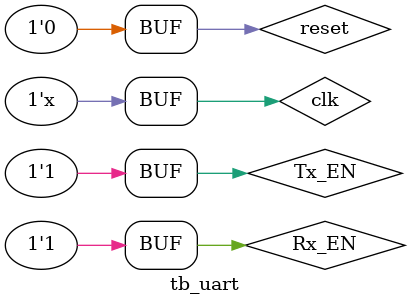
<source format=v>
`timescale 1ns / 10ps

/* Axelou Olympia
 * oaxelou@uth.gr
 * 2161
 *
 * ce430
 * Project2: UART
 *
 * Part D: UART receiver
 *
 *
 * testbench : tests 3 cases: first one : 'AA' with parity bit: 0
 *                            second one: '89' with parity bit: 1
 *                            third one : 'FF' with parity bit: 0
 *
 */

module tb_uart;

reg reset, clk;
reg Tx_EN, Tx_WR, Rx_EN;
reg [7:0] Tx_DATA;

reg [7:0] Tx_DATA_buffer [0:3];
reg [1:0] word_counter;

wire Tx_BUSY;

wire [7:0] Rx_DATA_aka_output;
wire Rx_FERROR, Rx_PERROR, Rx_VALID;

initial begin
  Tx_DATA_buffer[0] = 8'b10101010;
  Tx_DATA_buffer[1] = 8'b01010101;
  Tx_DATA_buffer[2] = 8'b11001100;
  Tx_DATA_buffer[3] = 8'b10001001;
  word_counter = 2'b11;

  clk = 1'b1;

  #200 reset = 1'b1;
  #100 reset = 1'b0;

  Tx_EN = 1'b1;
  Rx_EN = 1'b1;
end

always @ (negedge Tx_BUSY) begin
  word_counter = word_counter + 1;
  Tx_DATA = Tx_DATA_buffer[word_counter];

  Tx_WR = 1'b1;
  // #20 Tx_WR = 1'b0;     // use an always block instead

  $display("Gonna try transmitting %x\n", Tx_DATA_buffer[word_counter]);
end

always @ (posedge Rx_VALID) begin
  $display("received : %x%x\n", Rx_DATA_aka_output[7:4], Rx_DATA_aka_output[3:0]);
  // if(word_counter == 2'b11) begin      // uncomment to test the EN signals
  //   Tx_EN = 1'b0;
  //   Rx_EN = 1'b0;
  // end
end

always @(posedge clk)
  if(Tx_WR)
    Tx_WR = ~Tx_WR;

always #10 clk = ~clk;

uart uart_INSTANCE(.reset(reset), .clk(clk), .Tx_EN(Tx_EN), .Rx_EN(Rx_EN),
                   .Tx_WR(Tx_WR), .Tx_DATA(Tx_DATA), .Tx_BUSY(Tx_BUSY),
                   .Rx_FERROR(Rx_FERROR), .Rx_PERROR(Rx_PERROR), .Rx_VALID(Rx_VALID),
                   .Rx_DATA_aka_output(Rx_DATA_aka_output));
endmodule

</source>
